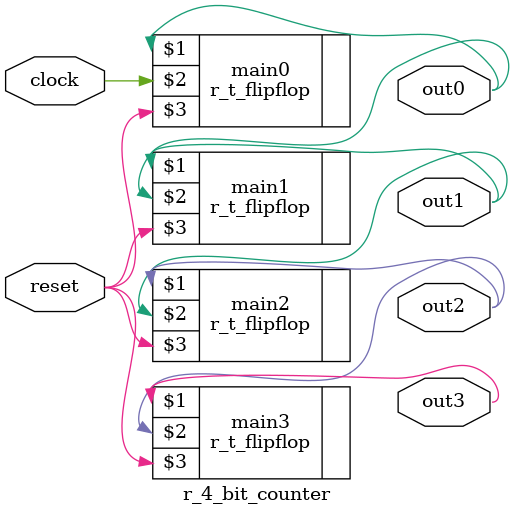
<source format=v>
module r_4_bit_counter(out0, out1, out2, out3, clock, reset);
	input clock, reset;
	output out0, out1, out2, out3;
	r_t_flipflop main0(out0, clock, reset);
	r_t_flipflop main1(out1, out0, reset);
	r_t_flipflop main2(out2, out1, reset);
	r_t_flipflop main3(out3, out2, reset);
endmodule

</source>
